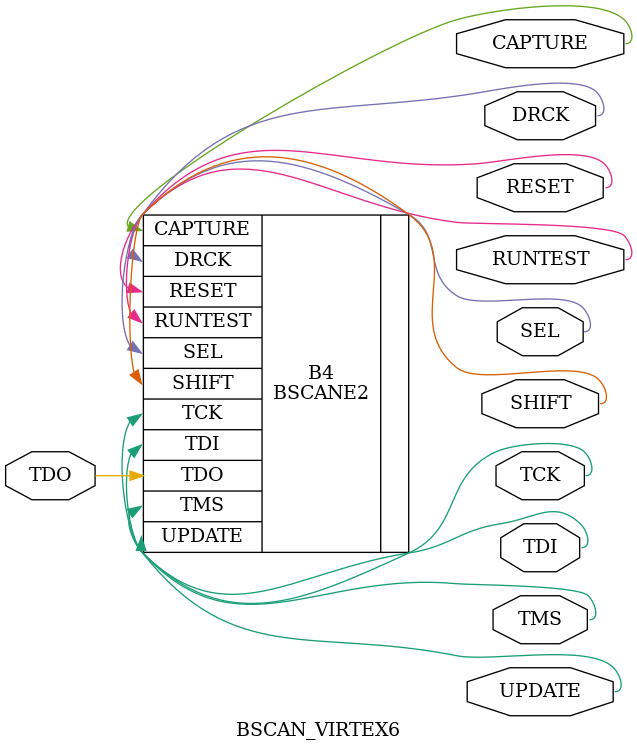
<source format=v>
`timescale 1 ps/1 ps
module BSCAN_VIRTEX6 (CAPTURE, DRCK, RESET, RUNTEST, SEL, SHIFT, TCK, TDI, TMS, UPDATE, TDO);

    output CAPTURE, DRCK, RESET, RUNTEST, SEL, SHIFT, TCK, TDI, TMS, UPDATE;
    
    input TDO;

    reg SEL_zd;

    parameter DISABLE_JTAG = "FALSE";
    parameter integer JTAG_CHAIN = 1;

    BSCANE2 #(.JTAG_CHAIN(JTAG_CHAIN)) B4 ( .CAPTURE(CAPTURE), .DRCK(DRCK), .RESET(RESET), .RUNTEST(RUNTEST), .SEL(SEL), .SHIFT(SHIFT), .TCK(TCK), .TDI(TDI), .TMS(TMS), .UPDATE(UPDATE), .TDO(TDO));

endmodule


</source>
